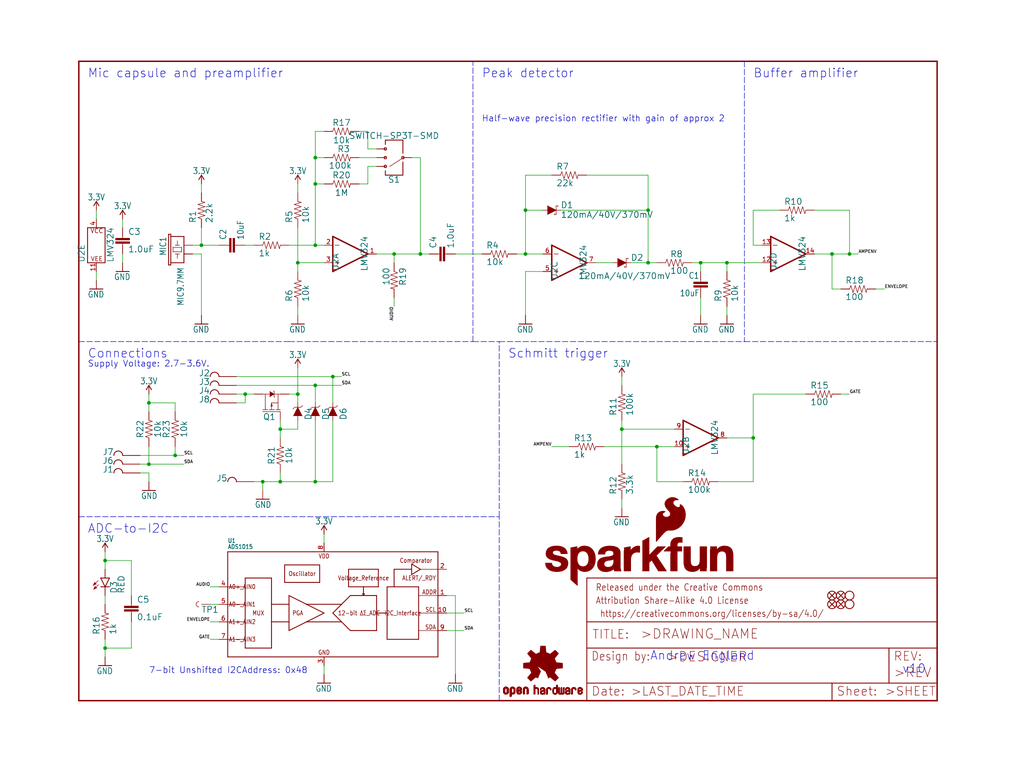
<source format=kicad_sch>
(kicad_sch (version 20211123) (generator eeschema)
  (paper "User" 297.002 223.926)
  (lib_symbols
    (symbol "eagleSchem-eagle-import:0.1UF-0603-25V-(+80{slash}-20%)"
      (property "Reference" "C" (at 1.524 2.921 0))
      (property "Value" "0.1UF-0603-25V-(+80{slash}-20%)" (at 1.524 -2.159 0))
      (symbol "0.1UF-0603-25V-(+80{slash}-20%)_1_0"
        (pin passive line (at 0 5.08 270) (length 2.54) (name "1") (number "1"))
        (pin passive line (at 0 -2.54 90) (length 2.54) (name "2") (number "2"))
      )
    )
    (symbol "eagleSchem-eagle-import:1.0UF-0603-16V-10%"
      (property "Reference" "C" (at 1.524 2.921 0))
      (property "Value" "1.0UF-0603-16V-10%" (at 1.524 -2.159 0))
      (symbol "1.0UF-0603-16V-10%_1_0"
        (pin passive line (at 0 5.08 270) (length 2.54) (name "1") (number "1"))
        (pin passive line (at 0 -2.54 90) (length 2.54) (name "2") (number "2"))
      )
    )
    (symbol "eagleSchem-eagle-import:100KOHM-0603-1{slash}10W-1%"
      (property "Reference" "R" (at 0 1.524 0))
      (property "Value" "100KOHM-0603-1{slash}10W-1%" (at 0 -1.524 0))
      (symbol "100KOHM-0603-1{slash}10W-1%_1_0"
        (pin passive line (at -5.08 0 0) (length 2.54) (name "1") (number "1"))
        (pin passive line (at 5.08 0 180) (length 2.54) (name "2") (number "2"))
      )
    )
    (symbol "eagleSchem-eagle-import:100OHM-0603-1{slash}10W-1%"
      (property "Reference" "R" (at 0 1.524 0))
      (property "Value" "100OHM-0603-1{slash}10W-1%" (at 0 -1.524 0))
      (symbol "100OHM-0603-1{slash}10W-1%_1_0"
        (pin passive line (at -5.08 0 0) (length 2.54) (name "1") (number "1"))
        (pin passive line (at 5.08 0 180) (length 2.54) (name "2") (number "2"))
      )
    )
    (symbol "eagleSchem-eagle-import:10KOHM-0603-1{slash}10W-1%"
      (property "Reference" "R" (at 0 1.524 0))
      (property "Value" "10KOHM-0603-1{slash}10W-1%" (at 0 -1.524 0))
      (symbol "10KOHM-0603-1{slash}10W-1%_1_0"
        (pin passive line (at -5.08 0 0) (length 2.54) (name "1") (number "1"))
        (pin passive line (at 5.08 0 180) (length 2.54) (name "2") (number "2"))
      )
    )
    (symbol "eagleSchem-eagle-import:10UF-6.3V-20%(1206)"
      (property "Reference" "C" (at 1.524 2.921 0))
      (property "Value" "10UF-6.3V-20%(1206)" (at 1.524 -2.159 0))
      (symbol "10UF-6.3V-20%(1206)_1_0"
        (pin passive line (at 0 5.08 270) (length 2.54) (name "1") (number "1"))
        (pin passive line (at 0 -2.54 90) (length 2.54) (name "2") (number "2"))
      )
    )
    (symbol "eagleSchem-eagle-import:1KOHM-0603-1{slash}10W-1%"
      (property "Reference" "R" (at 0 1.524 0))
      (property "Value" "1KOHM-0603-1{slash}10W-1%" (at 0 -1.524 0))
      (symbol "1KOHM-0603-1{slash}10W-1%_1_0"
        (pin passive line (at -5.08 0 0) (length 2.54) (name "1") (number "1"))
        (pin passive line (at 5.08 0 180) (length 2.54) (name "2") (number "2"))
      )
    )
    (symbol "eagleSchem-eagle-import:1MOHM-0603-1{slash}4W-5%"
      (property "Reference" "R" (at 0 1.524 0))
      (property "Value" "1MOHM-0603-1{slash}4W-5%" (at 0 -1.524 0))
      (symbol "1MOHM-0603-1{slash}4W-5%_1_0"
        (pin passive line (at -5.08 0 0) (length 2.54) (name "1") (number "1"))
        (pin passive line (at 5.08 0 180) (length 2.54) (name "2") (number "2"))
      )
    )
    (symbol "eagleSchem-eagle-import:2.2KOHM-0603-1{slash}10W-1%"
      (property "Reference" "R" (at 0 1.524 0))
      (property "Value" "2.2KOHM-0603-1{slash}10W-1%" (at 0 -1.524 0))
      (symbol "2.2KOHM-0603-1{slash}10W-1%_1_0"
        (pin passive line (at -5.08 0 0) (length 2.54) (name "1") (number "1"))
        (pin passive line (at 5.08 0 180) (length 2.54) (name "2") (number "2"))
      )
    )
    (symbol "eagleSchem-eagle-import:22KOHM-0603-1{slash}10W-1%"
      (property "Reference" "R" (at 0 1.524 0))
      (property "Value" "22KOHM-0603-1{slash}10W-1%" (at 0 -1.524 0))
      (symbol "22KOHM-0603-1{slash}10W-1%_1_0"
        (pin passive line (at -5.08 0 0) (length 2.54) (name "1") (number "1"))
        (pin passive line (at 5.08 0 180) (length 2.54) (name "2") (number "2"))
      )
    )
    (symbol "eagleSchem-eagle-import:3.3KOHM-0603-1{slash}10W-1%"
      (property "Reference" "R" (at 0 1.524 0))
      (property "Value" "3.3KOHM-0603-1{slash}10W-1%" (at 0 -1.524 0))
      (symbol "3.3KOHM-0603-1{slash}10W-1%_1_0"
        (pin passive line (at -5.08 0 0) (length 2.54) (name "1") (number "1"))
        (pin passive line (at 5.08 0 180) (length 2.54) (name "2") (number "2"))
      )
    )
    (symbol "eagleSchem-eagle-import:3.3V" (power)
      (property "Value" "3.3V" (at 0 2.794 0))
      (symbol "3.3V_1_0"
        (pin power_in line (at 0 0 90) (length 2.54) (name "3.3V") (number "1"))
      )
    )
    (symbol "eagleSchem-eagle-import:ADS1015"
      (property "Reference" "U" (at 2.54 33.02 0))
      (property "Value" "ADS1015" (at 2.54 31.242 0))
      (symbol "ADS1015_1_0"
        (text "12-bit ΔΣ_ADC" (at 40.64 12.7 0) (effects (font (size 1.27 1.0795))))
        (text "A0+_AIN0" (at 2.794 20.32 0) (effects (font (size 1.27 1.0795)) (justify left)))
        (text "A0-_AIN1" (at 2.794 15.24 0) (effects (font (size 1.27 1.0795)) (justify left)))
        (text "A1+_AIN2" (at 2.794 10.16 0) (effects (font (size 1.27 1.0795)) (justify left)))
        (text "A1-_AIN3" (at 2.794 5.08 0) (effects (font (size 1.27 1.0795)) (justify left)))
        (text "ADDR" (at 63.246 18.034 0) (effects (font (size 1.27 1.0795)) (justify right bottom)))
        (text "ALERT/_RDY" (at 62.992 22.86 0) (effects (font (size 1.27 1.0795)) (justify right)))
        (text "Comparator" (at 57.15 27.94 0) (effects (font (size 1.27 1.0795))))
        (text "GND" (at 30.48 1.27 0) (effects (font (size 1.27 1.0795))))
        (text "I2C_Interface" (at 53.34 12.7 0) (effects (font (size 1.27 1.0795))))
        (text "MUX" (at 11.43 12.7 0) (effects (font (size 1.27 1.0795))))
        (text "Oscillator" (at 24.13 24.13 0) (effects (font (size 1.27 1.0795))))
        (text "PGA" (at 22.86 12.7 0) (effects (font (size 1.27 1.0795))))
        (text "SCL" (at 62.992 12.954 0) (effects (font (size 1.27 1.0795)) (justify right bottom)))
        (text "SDA" (at 62.992 7.874 0) (effects (font (size 1.27 1.0795)) (justify right bottom)))
        (text "VDD" (at 30.48 29.21 0) (effects (font (size 1.27 1.0795))))
        (text "Voltage_Reference" (at 41.91 22.86 0) (effects (font (size 1.27 1.0795))))
        (pin bidirectional line (at 66.04 17.78 180) (length 2.54) (name "ADDR") (number "1"))
        (pin bidirectional line (at 66.04 12.7 180) (length 2.54) (name "SCL") (number "10"))
        (pin bidirectional line (at 66.04 25.4 180) (length 2.54) (name "ALERT/RDY") (number "2"))
        (pin bidirectional line (at 30.48 -2.54 90) (length 2.54) (name "VSS") (number "3"))
        (pin bidirectional line (at 0 20.32 0) (length 2.54) (name "AIN0") (number "4"))
        (pin bidirectional line (at 0 15.24 0) (length 2.54) (name "AIN1") (number "5"))
        (pin bidirectional line (at 0 10.16 0) (length 2.54) (name "AIN2") (number "6"))
        (pin bidirectional line (at 0 5.08 0) (length 2.54) (name "AIN3") (number "7"))
        (pin bidirectional line (at 30.48 33.02 270) (length 2.54) (name "VDD") (number "8"))
        (pin bidirectional line (at 66.04 7.62 180) (length 2.54) (name "SDA") (number "9"))
      )
    )
    (symbol "eagleSchem-eagle-import:DIODE-SCHOTTKY-RB751S40"
      (property "Reference" "D" (at -2.54 2.032 0))
      (property "Value" "DIODE-SCHOTTKY-RB751S40" (at -2.54 -2.032 0))
      (symbol "DIODE-SCHOTTKY-RB751S40_1_0"
        (pin passive line (at -2.54 0 0) (length 0) (name "A") (number "A"))
        (pin passive line (at 2.54 0 180) (length 0) (name "C") (number "C"))
      )
    )
    (symbol "eagleSchem-eagle-import:DIODE-ZENER-BZT52C3V6S"
      (property "Reference" "D" (at -2.54 2.032 0))
      (property "Value" "DIODE-ZENER-BZT52C3V6S" (at -2.54 -2.032 0))
      (symbol "DIODE-ZENER-BZT52C3V6S_1_0"
        (pin passive line (at -2.54 0 0) (length 0) (name "A") (number "A"))
        (pin passive line (at 2.54 0 180) (length 0) (name "C") (number "C"))
      )
    )
    (symbol "eagleSchem-eagle-import:FIDUCIAL1X2")
    (symbol "eagleSchem-eagle-import:FRAME-LETTER"
      (symbol "FRAME-LETTER_2_0"
        (text " https://creativecommons.org/licenses/by-sa/4.0/" (at 2.54 24.13 0) (effects (font (size 1.9304 1.6408)) (justify left bottom)))
        (text ">DESIGNER" (at 23.114 11.176 0) (effects (font (size 2.7432 2.7432)) (justify left bottom)))
        (text ">DRAWING_NAME" (at 15.494 17.78 0) (effects (font (size 2.7432 2.7432)) (justify left bottom)))
        (text ">LAST_DATE_TIME" (at 12.7 1.27 0) (effects (font (size 2.54 2.54)) (justify left bottom)))
        (text ">REV" (at 88.9 6.604 0) (effects (font (size 2.7432 2.7432)) (justify left bottom)))
        (text ">SHEET" (at 86.36 1.27 0) (effects (font (size 2.54 2.54)) (justify left bottom)))
        (text "Attribution Share-Alike 4.0 License" (at 2.54 27.94 0) (effects (font (size 1.9304 1.6408)) (justify left bottom)))
        (text "Date:" (at 1.27 1.27 0) (effects (font (size 2.54 2.54)) (justify left bottom)))
        (text "Design by:" (at 1.27 11.43 0) (effects (font (size 2.54 2.159)) (justify left bottom)))
        (text "Released under the Creative Commons" (at 2.54 31.75 0) (effects (font (size 1.9304 1.6408)) (justify left bottom)))
        (text "REV:" (at 88.9 11.43 0) (effects (font (size 2.54 2.54)) (justify left bottom)))
        (text "Sheet:" (at 72.39 1.27 0) (effects (font (size 2.54 2.54)) (justify left bottom)))
        (text "TITLE:" (at 1.524 17.78 0) (effects (font (size 2.54 2.54)) (justify left bottom)))
      )
    )
    (symbol "eagleSchem-eagle-import:GATORGATOR_MINI"
      (property "Reference" "J" (at 0 2.54 0))
      (property "Value" "GATORGATOR_MINI" (at -2.54 -5.08 0))
      (symbol "GATORGATOR_MINI_1_0"
        (pin bidirectional line (at -2.54 0 0) (length 5.08) (name "P$1") (number "P$2"))
      )
    )
    (symbol "eagleSchem-eagle-import:GND" (power)
      (property "Value" "GND" (at -2.54 -2.54 0))
      (symbol "GND_1_0"
        (pin power_in line (at 0 2.54 270) (length 2.54) (name "GND") (number "1"))
      )
    )
    (symbol "eagleSchem-eagle-import:LED-RED0603"
      (property "Reference" "D" (at -3.429 -4.572 90))
      (property "Value" "LED-RED0603" (at 1.905 -4.572 90))
      (symbol "LED-RED0603_1_0"
        (pin passive line (at 0 2.54 270) (length 2.54) (name "A") (number "A"))
        (pin passive line (at 0 -5.08 90) (length 2.54) (name "C") (number "C"))
      )
    )
    (symbol "eagleSchem-eagle-import:LMV324"
      (property "Reference" "U" (at -3.302 -5.08 90))
      (property "Value" "LMV324" (at 5.08 -5.08 90))
      (symbol "LMV324_1_0"
        (pin output line (at 7.62 0 180) (length 2.54) (name "OUT") (number "1"))
        (pin input line (at -7.62 2.54 0) (length 2.54) (name "-IN") (number "2"))
        (pin input line (at -7.62 -2.54 0) (length 2.54) (name "+IN") (number "3"))
      )
      (symbol "LMV324_2_0"
        (pin input line (at -7.62 -2.54 0) (length 2.54) (name "+IN") (number "10"))
        (pin output line (at 7.62 0 180) (length 2.54) (name "OUT") (number "8"))
        (pin input line (at -7.62 2.54 0) (length 2.54) (name "-IN") (number "9"))
      )
      (symbol "LMV324_3_0"
        (pin input line (at -7.62 -2.54 0) (length 2.54) (name "+IN") (number "5"))
        (pin input line (at -7.62 2.54 0) (length 2.54) (name "-IN") (number "6"))
        (pin output line (at 7.62 0 180) (length 2.54) (name "OUT") (number "7"))
      )
      (symbol "LMV324_4_0"
        (pin input line (at -7.62 -2.54 0) (length 2.54) (name "+IN") (number "12"))
        (pin input line (at -7.62 2.54 0) (length 2.54) (name "-IN") (number "13"))
        (pin output line (at 7.62 0 180) (length 2.54) (name "OUT") (number "14"))
      )
      (symbol "LMV324_5_0"
        (text "VCC" (at 0.127 3.429 0) (effects (font (size 1.27 1.27)) (justify bottom)))
        (text "VEE" (at 0.127 -4.699 0) (effects (font (size 1.27 1.27)) (justify bottom)))
        (pin bidirectional line (at 0 -7.62 90) (length 2.54) (name "P$V-") (number "11"))
        (pin bidirectional line (at 0 7.62 270) (length 2.54) (name "P$V+") (number "4"))
      )
    )
    (symbol "eagleSchem-eagle-import:MIC9.7MM"
      (property "Value" "MIC9.7MM" (at 6.35 0 0))
      (symbol "MIC9.7MM_1_0"
        (pin passive line (at 0 -2.54 90) (length 2.54) (name "1") (number "1"))
        (pin passive line (at 2.54 -2.54 90) (length 2.54) (name "2") (number "2"))
      )
    )
    (symbol "eagleSchem-eagle-import:MOSFET_PCH-DMG2307L"
      (property "Reference" "Q" (at 5.08 0 0))
      (property "Value" "MOSFET_PCH-DMG2307L" (at 5.08 -2.54 0))
      (symbol "MOSFET_PCH-DMG2307L_1_0"
        (pin bidirectional line (at -5.08 -2.54 0) (length 2.54) (name "G") (number "1"))
        (pin bidirectional line (at 2.54 -5.08 90) (length 2.54) (name "S") (number "2"))
        (pin bidirectional line (at 2.54 5.08 270) (length 2.54) (name "D") (number "3"))
      )
    )
    (symbol "eagleSchem-eagle-import:OSHW-LOGOS")
    (symbol "eagleSchem-eagle-import:SFE_LOGO_FLAME.2_INCH")
    (symbol "eagleSchem-eagle-import:SFE_LOGO_NAME_FLAME.2_INCH")
    (symbol "eagleSchem-eagle-import:STAND-OFFTIGHT")
    (symbol "eagleSchem-eagle-import:SWITCH-SP3T-SMD"
      (property "Reference" "S" (at 0 5.334 0))
      (property "Value" "SWITCH-SP3T-SMD" (at 0 -5.334 0))
      (symbol "SWITCH-SP3T-SMD_1_0"
        (pin bidirectional line (at 5.08 2.54 180) (length 2.54) (name "1") (number "1"))
        (pin bidirectional line (at 5.08 0 180) (length 2.54) (name "2") (number "2"))
        (pin bidirectional line (at -5.08 0 0) (length 2.54) (name "3") (number "3"))
        (pin bidirectional line (at 5.08 -2.54 180) (length 2.54) (name "4") (number "4"))
      )
    )
    (symbol "eagleSchem-eagle-import:TEST-POINT3"
      (property "Reference" "TP" (at -2.54 2.54 0))
      (property "Value" "TEST-POINT3" (at -2.54 -2.54 0))
      (symbol "TEST-POINT3_1_0"
        (pin bidirectional line (at 0 0 180) (length 0) (name "1") (number "P$1"))
      )
    )
  )
  (junction (at 121.92 73.66))
  (junction (at 76.2 139.7))
  (junction (at 187.96 60.96))
  (junction (at 180.34 124.46))
  (junction (at 86.36 76.2))
  (junction (at 152.4 73.66))
  (junction (at 114.3 73.66))
  (junction (at 30.48 187.96))
  (junction (at 241.3 73.66))
  (junction (at 152.4 60.96))
  (junction (at 203.2 76.2))
  (junction (at 246.38 73.66))
  (junction (at 43.18 134.62))
  (junction (at 71.12 114.3))
  (junction (at 91.44 139.7))
  (junction (at 187.96 76.2))
  (junction (at 91.44 53.34))
  (junction (at 30.48 162.56))
  (junction (at 81.28 124.46))
  (junction (at 190.5 129.54))
  (junction (at 91.44 45.72))
  (junction (at 81.28 139.7))
  (junction (at 50.8 132.08))
  (junction (at 96.52 109.22))
  (junction (at 43.18 116.84))
  (junction (at 58.42 71.12))
  (junction (at 218.44 127))
  (junction (at 210.82 76.2))
  (junction (at 91.44 71.12))
  (junction (at 86.36 114.3))
  (junction (at 91.44 111.76))
  (wire (pts (xy 27.94 81.28) (xy 27.94 78.74)))
  (wire (pts (xy 93.98 45.72) (xy 91.44 45.72)))
  (wire (pts (xy 218.44 127) (xy 218.44 114.3)))
  (wire (pts (xy 152.4 78.74) (xy 157.48 78.74)))
  (wire (pts (xy 106.68 38.1) (xy 106.68 43.18)))
  (wire (pts (xy 81.28 124.46) (xy 81.28 127)))
  (wire (pts (xy 187.96 50.8) (xy 170.18 50.8)))
  (wire (pts (xy 43.18 134.62) (xy 53.34 134.62)))
  (wire (pts (xy 86.36 116.84) (xy 86.36 114.3)))
  (wire (pts (xy 246.38 73.66) (xy 248.92 73.66)))
  (polyline (pts (xy 22.86 99.06) (xy 83.82 99.06)))
  (wire (pts (xy 246.38 60.96) (xy 246.38 73.66)))
  (wire (pts (xy 121.92 73.66) (xy 114.3 73.66)))
  (wire (pts (xy 35.56 76.2) (xy 35.56 73.66)))
  (wire (pts (xy 30.48 187.96) (xy 30.48 185.42)))
  (wire (pts (xy 86.36 76.2) (xy 86.36 78.74)))
  (polyline (pts (xy 144.78 99.06) (xy 215.9 99.06)))
  (wire (pts (xy 76.2 139.7) (xy 76.2 142.24)))
  (wire (pts (xy 132.08 172.72) (xy 132.08 195.58)))
  (wire (pts (xy 152.4 60.96) (xy 152.4 50.8)))
  (polyline (pts (xy 144.78 149.86) (xy 144.78 99.06)))
  (wire (pts (xy 81.28 139.7) (xy 81.28 137.16)))
  (polyline (pts (xy 137.16 99.06) (xy 137.16 17.78)))
  (wire (pts (xy 106.68 48.26) (xy 106.68 53.34)))
  (wire (pts (xy 63.5 71.12) (xy 58.42 71.12)))
  (wire (pts (xy 121.92 73.66) (xy 121.92 45.72)))
  (wire (pts (xy 93.98 154.94) (xy 93.98 157.48)))
  (wire (pts (xy 96.52 109.22) (xy 99.06 109.22)))
  (wire (pts (xy 93.98 53.34) (xy 91.44 53.34)))
  (wire (pts (xy 200.66 76.2) (xy 203.2 76.2)))
  (wire (pts (xy 43.18 137.16) (xy 43.18 139.7)))
  (wire (pts (xy 40.64 137.16) (xy 43.18 137.16)))
  (wire (pts (xy 182.88 76.2) (xy 187.96 76.2)))
  (wire (pts (xy 218.44 60.96) (xy 226.06 60.96)))
  (wire (pts (xy 129.54 182.88) (xy 134.62 182.88)))
  (wire (pts (xy 30.48 162.56) (xy 30.48 160.02)))
  (wire (pts (xy 55.88 73.66) (xy 58.42 73.66)))
  (wire (pts (xy 180.34 147.32) (xy 180.34 144.78)))
  (wire (pts (xy 68.58 109.22) (xy 96.52 109.22)))
  (wire (pts (xy 58.42 91.44) (xy 58.42 73.66)))
  (wire (pts (xy 27.94 60.96) (xy 27.94 63.5)))
  (wire (pts (xy 190.5 129.54) (xy 175.26 129.54)))
  (wire (pts (xy 165.1 129.54) (xy 160.02 129.54)))
  (wire (pts (xy 86.36 66.04) (xy 86.36 76.2)))
  (wire (pts (xy 129.54 172.72) (xy 132.08 172.72)))
  (wire (pts (xy 58.42 71.12) (xy 58.42 66.04)))
  (wire (pts (xy 71.12 114.3) (xy 71.12 116.84)))
  (wire (pts (xy 218.44 127) (xy 210.82 127)))
  (wire (pts (xy 114.3 86.36) (xy 114.3 88.9)))
  (wire (pts (xy 152.4 73.66) (xy 157.48 73.66)))
  (wire (pts (xy 40.64 134.62) (xy 43.18 134.62)))
  (polyline (pts (xy 215.9 17.78) (xy 215.9 99.06)))
  (wire (pts (xy 236.22 60.96) (xy 246.38 60.96)))
  (wire (pts (xy 195.58 124.46) (xy 180.34 124.46)))
  (wire (pts (xy 86.36 124.46) (xy 81.28 124.46)))
  (wire (pts (xy 121.92 45.72) (xy 119.38 45.72)))
  (wire (pts (xy 96.52 109.22) (xy 96.52 116.84)))
  (wire (pts (xy 93.98 195.58) (xy 93.98 193.04)))
  (wire (pts (xy 241.3 83.82) (xy 241.3 73.66)))
  (polyline (pts (xy 215.9 99.06) (xy 271.78 99.06)))
  (wire (pts (xy 63.5 185.42) (xy 60.96 185.42)))
  (wire (pts (xy 109.22 73.66) (xy 114.3 73.66)))
  (wire (pts (xy 68.58 111.76) (xy 91.44 111.76)))
  (polyline (pts (xy 137.16 99.06) (xy 144.78 99.06)))
  (wire (pts (xy 152.4 60.96) (xy 157.48 60.96)))
  (wire (pts (xy 96.52 121.92) (xy 96.52 139.7)))
  (wire (pts (xy 106.68 53.34) (xy 104.14 53.34)))
  (wire (pts (xy 30.48 187.96) (xy 38.1 187.96)))
  (wire (pts (xy 218.44 139.7) (xy 218.44 127)))
  (wire (pts (xy 91.44 38.1) (xy 93.98 38.1)))
  (wire (pts (xy 86.36 88.9) (xy 86.36 91.44)))
  (wire (pts (xy 63.5 170.18) (xy 60.96 170.18)))
  (wire (pts (xy 43.18 129.54) (xy 43.18 134.62)))
  (wire (pts (xy 149.86 73.66) (xy 152.4 73.66)))
  (wire (pts (xy 91.44 45.72) (xy 91.44 53.34)))
  (wire (pts (xy 96.52 139.7) (xy 91.44 139.7)))
  (wire (pts (xy 81.28 121.92) (xy 81.28 124.46)))
  (wire (pts (xy 43.18 114.3) (xy 43.18 116.84)))
  (wire (pts (xy 106.68 43.18) (xy 109.22 43.18)))
  (wire (pts (xy 190.5 129.54) (xy 190.5 139.7)))
  (wire (pts (xy 152.4 91.44) (xy 152.4 78.74)))
  (wire (pts (xy 93.98 76.2) (xy 86.36 76.2)))
  (wire (pts (xy 55.88 71.12) (xy 58.42 71.12)))
  (wire (pts (xy 162.56 60.96) (xy 187.96 60.96)))
  (wire (pts (xy 91.44 121.92) (xy 91.44 139.7)))
  (wire (pts (xy 109.22 45.72) (xy 104.14 45.72)))
  (wire (pts (xy 86.36 53.34) (xy 86.36 55.88)))
  (wire (pts (xy 83.82 114.3) (xy 86.36 114.3)))
  (polyline (pts (xy 144.78 203.2) (xy 144.78 149.86)))
  (wire (pts (xy 38.1 187.96) (xy 38.1 180.34)))
  (wire (pts (xy 218.44 114.3) (xy 233.68 114.3)))
  (wire (pts (xy 50.8 132.08) (xy 53.34 132.08)))
  (wire (pts (xy 210.82 76.2) (xy 220.98 76.2)))
  (wire (pts (xy 132.08 73.66) (xy 139.7 73.66)))
  (wire (pts (xy 241.3 73.66) (xy 236.22 73.66)))
  (polyline (pts (xy 83.82 99.06) (xy 137.16 99.06)))
  (wire (pts (xy 121.92 73.66) (xy 124.46 73.66)))
  (wire (pts (xy 246.38 73.66) (xy 241.3 73.66)))
  (wire (pts (xy 91.44 111.76) (xy 91.44 116.84)))
  (wire (pts (xy 243.84 114.3) (xy 246.38 114.3)))
  (wire (pts (xy 203.2 78.74) (xy 203.2 76.2)))
  (wire (pts (xy 180.34 109.22) (xy 180.34 111.76)))
  (wire (pts (xy 109.22 48.26) (xy 106.68 48.26)))
  (wire (pts (xy 210.82 88.9) (xy 210.82 91.44)))
  (wire (pts (xy 35.56 63.5) (xy 35.56 66.04)))
  (wire (pts (xy 30.48 165.1) (xy 30.48 162.56)))
  (wire (pts (xy 50.8 129.54) (xy 50.8 132.08)))
  (wire (pts (xy 243.84 83.82) (xy 241.3 83.82)))
  (wire (pts (xy 218.44 71.12) (xy 218.44 60.96)))
  (wire (pts (xy 210.82 78.74) (xy 210.82 76.2)))
  (wire (pts (xy 91.44 139.7) (xy 81.28 139.7)))
  (wire (pts (xy 203.2 76.2) (xy 210.82 76.2)))
  (wire (pts (xy 43.18 116.84) (xy 50.8 116.84)))
  (wire (pts (xy 76.2 139.7) (xy 81.28 139.7)))
  (wire (pts (xy 220.98 71.12) (xy 218.44 71.12)))
  (wire (pts (xy 71.12 114.3) (xy 73.66 114.3)))
  (wire (pts (xy 30.48 175.26) (xy 30.48 172.72)))
  (wire (pts (xy 190.5 139.7) (xy 198.12 139.7)))
  (polyline (pts (xy 22.86 149.86) (xy 144.78 149.86)))
  (wire (pts (xy 254 83.82) (xy 256.54 83.82)))
  (wire (pts (xy 187.96 76.2) (xy 190.5 76.2)))
  (wire (pts (xy 86.36 106.68) (xy 86.36 114.3)))
  (wire (pts (xy 104.14 38.1) (xy 106.68 38.1)))
  (wire (pts (xy 58.42 55.88) (xy 58.42 53.34)))
  (wire (pts (xy 63.5 180.34) (xy 60.96 180.34)))
  (wire (pts (xy 93.98 71.12) (xy 91.44 71.12)))
  (wire (pts (xy 187.96 60.96) (xy 187.96 50.8)))
  (wire (pts (xy 68.58 114.3) (xy 71.12 114.3)))
  (wire (pts (xy 43.18 116.84) (xy 43.18 119.38)))
  (wire (pts (xy 203.2 86.36) (xy 203.2 91.44)))
  (wire (pts (xy 91.44 71.12) (xy 83.82 71.12)))
  (wire (pts (xy 60.96 175.26) (xy 63.5 175.26)))
  (wire (pts (xy 187.96 76.2) (xy 187.96 60.96)))
  (wire (pts (xy 71.12 71.12) (xy 73.66 71.12)))
  (wire (pts (xy 38.1 162.56) (xy 30.48 162.56)))
  (wire (pts (xy 208.28 139.7) (xy 218.44 139.7)))
  (wire (pts (xy 38.1 172.72) (xy 38.1 162.56)))
  (wire (pts (xy 129.54 177.8) (xy 134.62 177.8)))
  (wire (pts (xy 30.48 190.5) (xy 30.48 187.96)))
  (wire (pts (xy 50.8 116.84) (xy 50.8 119.38)))
  (wire (pts (xy 180.34 121.92) (xy 180.34 124.46)))
  (wire (pts (xy 91.44 53.34) (xy 91.44 71.12)))
  (wire (pts (xy 114.3 73.66) (xy 114.3 76.2)))
  (wire (pts (xy 152.4 50.8) (xy 160.02 50.8)))
  (wire (pts (xy 172.72 76.2) (xy 177.8 76.2)))
  (wire (pts (xy 40.64 132.08) (xy 50.8 132.08)))
  (wire (pts (xy 86.36 121.92) (xy 86.36 124.46)))
  (wire (pts (xy 152.4 73.66) (xy 152.4 60.96)))
  (wire (pts (xy 73.66 139.7) (xy 76.2 139.7)))
  (wire (pts (xy 180.34 124.46) (xy 180.34 134.62)))
  (wire (pts (xy 91.44 111.76) (xy 99.06 111.76)))
  (wire (pts (xy 91.44 45.72) (xy 91.44 38.1)))
  (wire (pts (xy 195.58 129.54) (xy 190.5 129.54)))
  (wire (pts (xy 71.12 116.84) (xy 68.58 116.84)))
  (text "Mic capsule and preamplifier" (at 25.4 22.86 180) (effects (font (size 2.54 2.54)) (justify left bottom)))
  (text "Connections" (at 25.4 104.14 180) (effects (font (size 2.54 2.54)) (justify left bottom)))
  (text "v10" (at 261.62 195.58 180) (effects (font (size 2.54 2.54)) (justify left bottom)))
  (text "Andrew England" (at 188.468 191.77 180) (effects (font (size 2.54 2.54)) (justify left bottom)))
  (text "7-bit Unshifted I2CAddress: 0x48" (at 43.18 195.58 180) (effects (font (size 1.778 1.778)) (justify left bottom)))
  (text "Buffer amplifier" (at 218.44 22.86 180) (effects (font (size 2.54 2.54)) (justify left bottom)))
  (text "Schmitt trigger" (at 147.32 104.14 180) (effects (font (size 2.54 2.54)) (justify left bottom)))
  (text "Peak detector" (at 139.7 22.86 180) (effects (font (size 2.54 2.54)) (justify left bottom)))
  (text "Supply Voltage: 2.7-3.6V." (at 25.4 106.68 180) (effects (font (size 1.778 1.778)) (justify left bottom)))
  (text "Half-wave precision rectifier with gain of approx 2" (at 139.7 35.56 0) (effects (font (size 1.778 1.778)) (justify left bottom)))
  (text "ADC-to-I2C" (at 25.4 154.94 180) (effects (font (size 2.54 2.54)) (justify left bottom)))
  (label "ENVELOPE" (at 256.54 83.82 0) (effects (font (size 0.889 0.889))))
  (label "AMPENV" (at 248.92 73.66 0) (effects (font (size 0.889 0.889))))
  (label "SDA" (at 99.06 111.76 0) (effects (font (size 0.889 0.889))))
  (label "AUDIO" (at 114.3 88.9 270) (effects (font (size 0.889 0.889))))
  (label "SDA" (at 134.62 182.88 0) (effects (font (size 0.889 0.889))))
  (label "SCL" (at 99.06 109.22 0) (effects (font (size 0.889 0.889))))
  (label "GATE" (at 246.38 114.3 0) (effects (font (size 0.889 0.889))))
  (label "SCL" (at 53.34 132.08 0) (effects (font (size 0.889 0.889))))
  (label "AMPENV" (at 160.02 129.54 180) (effects (font (size 0.889 0.889))))
  (label "SCL" (at 134.62 177.8 0) (effects (font (size 0.889 0.889))))
  (label "GATE" (at 60.96 185.42 180) (effects (font (size 0.889 0.889))))
  (label "SDA" (at 53.34 134.62 0) (effects (font (size 0.889 0.889))))
  (label "AUDIO" (at 60.96 170.18 180) (effects (font (size 0.889 0.889))))
  (label "ENVELOPE" (at 60.96 180.34 180) (effects (font (size 0.889 0.889))))
  (symbol (lib_id "eagleSchem-eagle-import:GND") (at 58.42 93.98 0) (unit 1)
    (property "Reference" "#GND2" (effects hide))
    (property "Value" "GND" (at 55.88 96.52 0) (effects (font (size 1.778 1.5113)) (justify left bottom)))
    (property "Footprint" "eagleSchem:" (effects hide))
  )
  (symbol (lib_id "eagleSchem-eagle-import:GATORGATOR_MINI") (at 66.04 116.84 0) (mirror y) (unit 1)
    (property "Reference" "J8" (at 60.96 116.84 0) (effects (font (size 1.778 1.778)) (justify left bottom)))
    (property "Value" "GATORGATOR_MINI" (effects hide))
    (property "Footprint" "eagleSchem:GATOR_MINI" (effects hide))
  )
  (symbol (lib_id "eagleSchem-eagle-import:DIODE-ZENER-BZT52C3V6S") (at 86.36 119.38 270) (mirror x) (unit 1)
    (property "Reference" "D4" (at 88.392 121.92 0) (effects (font (size 1.778 1.778)) (justify left bottom)))
    (property "Value" "3.6V" (effects hide))
    (property "Footprint" "eagleSchem:SOD-323" (effects hide))
  )
  (symbol (lib_id "eagleSchem-eagle-import:1KOHM-0603-1{slash}10W-1%") (at 170.18 129.54 0) (unit 1)
    (property "Reference" "R13" (at 166.37 128.0414 0) (effects (font (size 1.778 1.778)) (justify left bottom)))
    (property "Value" "1k" (at 166.37 132.842 0) (effects (font (size 1.778 1.778)) (justify left bottom)))
    (property "Footprint" "eagleSchem:0603" (effects hide))
  )
  (symbol (lib_id "eagleSchem-eagle-import:GATORGATOR_MINI") (at 38.1 134.62 0) (mirror y) (unit 1)
    (property "Reference" "J6" (at 33.02 134.62 0) (effects (font (size 1.778 1.778)) (justify left bottom)))
    (property "Value" "GATORGATOR_MINI" (effects hide))
    (property "Footprint" "eagleSchem:GATOR_MINI" (effects hide))
  )
  (symbol (lib_id "eagleSchem-eagle-import:3.3KOHM-0603-1{slash}10W-1%") (at 180.34 139.7 90) (unit 1)
    (property "Reference" "R12" (at 178.8414 143.51 0) (effects (font (size 1.778 1.778)) (justify left bottom)))
    (property "Value" "3.3k" (at 183.642 143.51 0) (effects (font (size 1.778 1.778)) (justify left bottom)))
    (property "Footprint" "eagleSchem:0603" (effects hide))
  )
  (symbol (lib_id "eagleSchem-eagle-import:SFE_LOGO_FLAME.2_INCH") (at 189.992 157.48 0) (unit 1)
    (property "Reference" "LOGO3" (effects hide))
    (property "Value" "SFE_LOGO_FLAME.2_INCH" (effects hide))
    (property "Footprint" "eagleSchem:SFE_LOGO_FLAME_.2" (effects hide))
  )
  (symbol (lib_id "eagleSchem-eagle-import:3.3V") (at 58.42 53.34 0) (unit 1)
    (property "Reference" "#SUPPLY1" (effects hide))
    (property "Value" "3.3V" (at 58.42 50.546 0) (effects (font (size 1.778 1.5113)) (justify bottom)))
    (property "Footprint" "eagleSchem:" (effects hide))
  )
  (symbol (lib_id "eagleSchem-eagle-import:GND") (at 35.56 78.74 0) (unit 1)
    (property "Reference" "#GND9" (effects hide))
    (property "Value" "GND" (at 33.02 81.28 0) (effects (font (size 1.778 1.5113)) (justify left bottom)))
    (property "Footprint" "eagleSchem:" (effects hide))
  )
  (symbol (lib_id "eagleSchem-eagle-import:1KOHM-0603-1{slash}10W-1%") (at 30.48 180.34 90) (unit 1)
    (property "Reference" "R16" (at 28.9814 184.15 0) (effects (font (size 1.778 1.778)) (justify left bottom)))
    (property "Value" "1k" (at 33.782 184.15 0) (effects (font (size 1.778 1.778)) (justify left bottom)))
    (property "Footprint" "eagleSchem:0603" (effects hide))
  )
  (symbol (lib_id "eagleSchem-eagle-import:10KOHM-0603-1{slash}10W-1%") (at 144.78 73.66 0) (unit 1)
    (property "Reference" "R4" (at 140.97 72.1614 0) (effects (font (size 1.778 1.778)) (justify left bottom)))
    (property "Value" "10k" (at 140.97 76.962 0) (effects (font (size 1.778 1.778)) (justify left bottom)))
    (property "Footprint" "eagleSchem:0603" (effects hide))
  )
  (symbol (lib_id "eagleSchem-eagle-import:SFE_LOGO_NAME_FLAME.2_INCH") (at 157.48 170.18 0) (unit 1)
    (property "Reference" "LOGO2" (effects hide))
    (property "Value" "SFE_LOGO_NAME_FLAME.2_INCH" (effects hide))
    (property "Footprint" "eagleSchem:SFE_LOGO_NAME_FLAME_.2" (effects hide))
  )
  (symbol (lib_id "eagleSchem-eagle-import:FRAME-LETTER") (at 170.18 203.2 0) (unit 2)
    (property "Reference" "FRAME1" (effects hide))
    (property "Value" "FRAME-LETTER" (effects hide))
    (property "Footprint" "eagleSchem:CREATIVE_COMMONS" (effects hide))
  )
  (symbol (lib_id "eagleSchem-eagle-import:3.3V") (at 35.56 63.5 0) (unit 1)
    (property "Reference" "#SUPPLY5" (effects hide))
    (property "Value" "3.3V" (at 35.56 60.706 0) (effects (font (size 1.778 1.5113)) (justify bottom)))
    (property "Footprint" "eagleSchem:" (effects hide))
  )
  (symbol (lib_id "eagleSchem-eagle-import:100OHM-0603-1{slash}10W-1%") (at 238.76 114.3 0) (unit 1)
    (property "Reference" "R15" (at 234.95 112.8014 0) (effects (font (size 1.778 1.778)) (justify left bottom)))
    (property "Value" "100" (at 234.95 117.602 0) (effects (font (size 1.778 1.778)) (justify left bottom)))
    (property "Footprint" "eagleSchem:0603" (effects hide))
  )
  (symbol (lib_id "eagleSchem-eagle-import:DIODE-ZENER-BZT52C3V6S") (at 91.44 119.38 270) (mirror x) (unit 1)
    (property "Reference" "D5" (at 93.472 121.92 0) (effects (font (size 1.778 1.778)) (justify left bottom)))
    (property "Value" "3.6V" (effects hide))
    (property "Footprint" "eagleSchem:SOD-323" (effects hide))
  )
  (symbol (lib_id "eagleSchem-eagle-import:10KOHM-0603-1{slash}10W-1%") (at 43.18 124.46 90) (unit 1)
    (property "Reference" "R22" (at 41.656 124.46 0) (effects (font (size 1.778 1.778)) (justify bottom)))
    (property "Value" "10k" (at 44.704 124.46 0) (effects (font (size 1.778 1.778)) (justify top)))
    (property "Footprint" "eagleSchem:0603" (effects hide))
  )
  (symbol (lib_id "eagleSchem-eagle-import:10KOHM-0603-1{slash}10W-1%") (at 50.8 124.46 90) (unit 1)
    (property "Reference" "R23" (at 49.276 124.46 0) (effects (font (size 1.778 1.778)) (justify bottom)))
    (property "Value" "10k" (at 52.324 124.46 0) (effects (font (size 1.778 1.778)) (justify top)))
    (property "Footprint" "eagleSchem:0603" (effects hide))
  )
  (symbol (lib_id "eagleSchem-eagle-import:LED-RED0603") (at 30.48 167.64 0) (unit 1)
    (property "Reference" "D3" (at 34.036 172.212 90) (effects (font (size 1.778 1.778)) (justify left bottom)))
    (property "Value" "RED" (at 36.195 172.212 90) (effects (font (size 1.778 1.778)) (justify left bottom)))
    (property "Footprint" "eagleSchem:LED-0603" (effects hide))
  )
  (symbol (lib_id "eagleSchem-eagle-import:100KOHM-0603-1{slash}10W-1%") (at 180.34 116.84 90) (unit 1)
    (property "Reference" "R11" (at 178.8414 120.65 0) (effects (font (size 1.778 1.778)) (justify left bottom)))
    (property "Value" "100k" (at 183.642 120.65 0) (effects (font (size 1.778 1.778)) (justify left bottom)))
    (property "Footprint" "eagleSchem:0603" (effects hide))
  )
  (symbol (lib_id "eagleSchem-eagle-import:3.3V") (at 86.36 106.68 0) (unit 1)
    (property "Reference" "#SUPPLY6" (effects hide))
    (property "Value" "3.3V" (at 86.36 103.886 0) (effects (font (size 1.778 1.5113)) (justify bottom)))
    (property "Footprint" "eagleSchem:" (effects hide))
  )
  (symbol (lib_id "eagleSchem-eagle-import:GATORGATOR_MINI") (at 66.04 114.3 0) (mirror y) (unit 1)
    (property "Reference" "J4" (at 60.96 114.3 0) (effects (font (size 1.778 1.778)) (justify left bottom)))
    (property "Value" "GATORGATOR_MINI" (effects hide))
    (property "Footprint" "eagleSchem:GATOR_MINI" (effects hide))
  )
  (symbol (lib_id "eagleSchem-eagle-import:GATORGATOR_MINI") (at 38.1 132.08 0) (mirror y) (unit 1)
    (property "Reference" "J7" (at 33.02 132.08 0) (effects (font (size 1.778 1.778)) (justify left bottom)))
    (property "Value" "GATORGATOR_MINI" (effects hide))
    (property "Footprint" "eagleSchem:GATOR_MINI" (effects hide))
  )
  (symbol (lib_id "eagleSchem-eagle-import:GND") (at 30.48 193.04 0) (unit 1)
    (property "Reference" "#GND1" (effects hide))
    (property "Value" "GND" (at 27.94 195.58 0) (effects (font (size 1.778 1.5113)) (justify left bottom)))
    (property "Footprint" "eagleSchem:" (effects hide))
  )
  (symbol (lib_id "eagleSchem-eagle-import:GND") (at 93.98 198.12 0) (unit 1)
    (property "Reference" "#GND11" (effects hide))
    (property "Value" "GND" (at 91.44 200.66 0) (effects (font (size 1.778 1.5113)) (justify left bottom)))
    (property "Footprint" "eagleSchem:" (effects hide))
  )
  (symbol (lib_id "eagleSchem-eagle-import:1KOHM-0603-1{slash}10W-1%") (at 231.14 60.96 0) (unit 1)
    (property "Reference" "R10" (at 227.33 59.4614 0) (effects (font (size 1.778 1.778)) (justify left bottom)))
    (property "Value" "1k" (at 227.33 64.262 0) (effects (font (size 1.778 1.778)) (justify left bottom)))
    (property "Footprint" "eagleSchem:0603" (effects hide))
  )
  (symbol (lib_id "eagleSchem-eagle-import:100KOHM-0603-1{slash}10W-1%") (at 99.06 45.72 0) (unit 1)
    (property "Reference" "R3" (at 97.79 44.2214 0) (effects (font (size 1.778 1.778)) (justify left bottom)))
    (property "Value" "100k" (at 95.25 49.022 0) (effects (font (size 1.778 1.778)) (justify left bottom)))
    (property "Footprint" "eagleSchem:0603" (effects hide))
  )
  (symbol (lib_id "eagleSchem-eagle-import:LMV324") (at 203.2 127 0) (unit 2)
    (property "Reference" "U2" (at 199.898 132.08 90) (effects (font (size 1.778 1.778)) (justify left bottom)))
    (property "Value" "LMV324" (at 208.28 132.08 90) (effects (font (size 1.778 1.778)) (justify left bottom)))
    (property "Footprint" "eagleSchem:SO14" (effects hide))
  )
  (symbol (lib_id "eagleSchem-eagle-import:1.0UF-0603-16V-10%") (at 35.56 71.12 0) (unit 1)
    (property "Reference" "C3" (at 37.084 68.199 0) (effects (font (size 1.778 1.778)) (justify left bottom)))
    (property "Value" "1.0uF" (at 37.084 73.279 0) (effects (font (size 1.778 1.778)) (justify left bottom)))
    (property "Footprint" "eagleSchem:0603" (effects hide))
  )
  (symbol (lib_id "eagleSchem-eagle-import:MIC9.7MM") (at 53.34 71.12 90) (mirror x) (unit 1)
    (property "Reference" "MIC1" (at 48.26 68.58 0) (effects (font (size 1.778 1.5113)) (justify left bottom)))
    (property "Value" "MIC9.7MM" (at 53.34 77.47 0) (effects (font (size 1.778 1.5113)) (justify left bottom)))
    (property "Footprint" "eagleSchem:MIC-9.7MM" (effects hide))
  )
  (symbol (lib_id "eagleSchem-eagle-import:2.2KOHM-0603-1{slash}10W-1%") (at 58.42 60.96 90) (unit 1)
    (property "Reference" "R1" (at 56.9214 64.77 0) (effects (font (size 1.778 1.778)) (justify left bottom)))
    (property "Value" "2.2k" (at 61.722 64.77 0) (effects (font (size 1.778 1.778)) (justify left bottom)))
    (property "Footprint" "eagleSchem:0603" (effects hide))
  )
  (symbol (lib_id "eagleSchem-eagle-import:LMV324") (at 228.6 73.66 0) (unit 4)
    (property "Reference" "U2" (at 225.298 78.74 90) (effects (font (size 1.778 1.778)) (justify left bottom)))
    (property "Value" "LMV324" (at 233.68 78.74 90) (effects (font (size 1.778 1.778)) (justify left bottom)))
    (property "Footprint" "eagleSchem:SO14" (effects hide))
  )
  (symbol (lib_id "eagleSchem-eagle-import:0.1UF-0603-25V-(+80{slash}-20%)") (at 38.1 177.8 0) (unit 1)
    (property "Reference" "C5" (at 39.624 174.879 0) (effects (font (size 1.778 1.778)) (justify left bottom)))
    (property "Value" "0.1uF" (at 39.624 179.959 0) (effects (font (size 1.778 1.778)) (justify left bottom)))
    (property "Footprint" "eagleSchem:0603" (effects hide))
  )
  (symbol (lib_id "eagleSchem-eagle-import:100OHM-0603-1{slash}10W-1%") (at 195.58 76.2 0) (unit 1)
    (property "Reference" "R8" (at 194.31 74.7014 0) (effects (font (size 1.778 1.778)) (justify left bottom)))
    (property "Value" "100" (at 194.31 79.502 0) (effects (font (size 1.778 1.778)) (justify left bottom)))
    (property "Footprint" "eagleSchem:0603" (effects hide))
  )
  (symbol (lib_id "eagleSchem-eagle-import:GND") (at 180.34 149.86 0) (unit 1)
    (property "Reference" "#GND8" (effects hide))
    (property "Value" "GND" (at 177.8 152.4 0) (effects (font (size 1.778 1.5113)) (justify left bottom)))
    (property "Footprint" "eagleSchem:" (effects hide))
  )
  (symbol (lib_id "eagleSchem-eagle-import:LMV324") (at 101.6 73.66 0) (unit 1)
    (property "Reference" "U2" (at 98.298 78.74 90) (effects (font (size 1.778 1.778)) (justify left bottom)))
    (property "Value" "LMV324" (at 106.68 78.74 90) (effects (font (size 1.778 1.778)) (justify left bottom)))
    (property "Footprint" "eagleSchem:SO14" (effects hide))
  )
  (symbol (lib_id "eagleSchem-eagle-import:GND") (at 86.36 93.98 0) (unit 1)
    (property "Reference" "#GND3" (effects hide))
    (property "Value" "GND" (at 83.82 96.52 0) (effects (font (size 1.778 1.5113)) (justify left bottom)))
    (property "Footprint" "eagleSchem:" (effects hide))
  )
  (symbol (lib_id "eagleSchem-eagle-import:GND") (at 132.08 198.12 0) (unit 1)
    (property "Reference" "#GND12" (effects hide))
    (property "Value" "GND" (at 129.54 200.66 0) (effects (font (size 1.778 1.5113)) (justify left bottom)))
    (property "Footprint" "eagleSchem:" (effects hide))
  )
  (symbol (lib_id "eagleSchem-eagle-import:SWITCH-SP3T-SMD") (at 114.3 45.72 180) (unit 1)
    (property "Reference" "S1" (at 114.3 51.054 0) (effects (font (size 1.778 1.778)) (justify bottom)))
    (property "Value" "SWITCH-SP3T-SMD" (at 114.3 40.386 0) (effects (font (size 1.778 1.778)) (justify top)))
    (property "Footprint" "eagleSchem:SWITCH_SP3T_SMD" (effects hide))
  )
  (symbol (lib_id "eagleSchem-eagle-import:MOSFET_PCH-DMG2307L") (at 78.74 116.84 90) (unit 1)
    (property "Reference" "Q1" (at 76.2 121.92 90) (effects (font (size 1.778 1.778)) (justify right top)))
    (property "Value" "2.5A/30V/105mΩ" (effects hide))
    (property "Footprint" "eagleSchem:SOT23-3" (effects hide))
  )
  (symbol (lib_id "eagleSchem-eagle-import:3.3V") (at 27.94 60.96 0) (unit 1)
    (property "Reference" "#SUPPLY10" (effects hide))
    (property "Value" "3.3V" (at 27.94 58.166 0) (effects (font (size 1.778 1.5113)) (justify bottom)))
    (property "Footprint" "eagleSchem:" (effects hide))
  )
  (symbol (lib_id "eagleSchem-eagle-import:1KOHM-0603-1{slash}10W-1%") (at 78.74 71.12 0) (unit 1)
    (property "Reference" "R2" (at 74.93 69.6214 0) (effects (font (size 1.778 1.778)) (justify left bottom)))
    (property "Value" "1k" (at 74.93 74.422 0) (effects (font (size 1.778 1.778)) (justify left bottom)))
    (property "Footprint" "eagleSchem:0603" (effects hide))
  )
  (symbol (lib_id "eagleSchem-eagle-import:DIODE-SCHOTTKY-RB751S40") (at 180.34 76.2 0) (unit 1)
    (property "Reference" "D2" (at 182.88 75.7174 0) (effects (font (size 1.778 1.778)) (justify left bottom)))
    (property "Value" "120mA/40V/370mV" (at 167.64 81.0514 0) (effects (font (size 1.778 1.778)) (justify left bottom)))
    (property "Footprint" "eagleSchem:SOD-523" (effects hide))
  )
  (symbol (lib_id "eagleSchem-eagle-import:GATORGATOR_MINI") (at 38.1 137.16 0) (mirror y) (unit 1)
    (property "Reference" "J1" (at 33.02 137.16 0) (effects (font (size 1.778 1.778)) (justify left bottom)))
    (property "Value" "GATORGATOR_MINI" (effects hide))
    (property "Footprint" "eagleSchem:GATOR_MINI" (effects hide))
  )
  (symbol (lib_id "eagleSchem-eagle-import:FRAME-LETTER") (at 22.86 203.2 0) (unit 1)
    (property "Reference" "FRAME1" (effects hide))
    (property "Value" "FRAME-LETTER" (effects hide))
    (property "Footprint" "eagleSchem:CREATIVE_COMMONS" (effects hide))
  )
  (symbol (lib_id "eagleSchem-eagle-import:OSHW-LOGOS") (at 157.48 193.04 0) (unit 1)
    (property "Reference" "LOGO1" (effects hide))
    (property "Value" "OSHW-LOGOS" (effects hide))
    (property "Footprint" "eagleSchem:OSHW-LOGO-S" (effects hide))
  )
  (symbol (lib_id "eagleSchem-eagle-import:GND") (at 152.4 93.98 0) (unit 1)
    (property "Reference" "#GND7" (effects hide))
    (property "Value" "GND" (at 149.86 96.52 0) (effects (font (size 1.778 1.5113)) (justify left bottom)))
    (property "Footprint" "eagleSchem:" (effects hide))
  )
  (symbol (lib_id "eagleSchem-eagle-import:GND") (at 210.82 93.98 0) (unit 1)
    (property "Reference" "#GND6" (effects hide))
    (property "Value" "GND" (at 208.28 96.52 0) (effects (font (size 1.778 1.5113)) (justify left bottom)))
    (property "Footprint" "eagleSchem:" (effects hide))
  )
  (symbol (lib_id "eagleSchem-eagle-import:GATORGATOR_MINI") (at 66.04 111.76 0) (mirror y) (unit 1)
    (property "Reference" "J3" (at 60.96 111.76 0) (effects (font (size 1.778 1.778)) (justify left bottom)))
    (property "Value" "GATORGATOR_MINI" (effects hide))
    (property "Footprint" "eagleSchem:GATOR_MINI" (effects hide))
  )
  (symbol (lib_id "eagleSchem-eagle-import:STAND-OFFTIGHT") (at 246.38 172.72 0) (unit 1)
    (property "Reference" "H1" (effects hide))
    (property "Value" "STAND-OFFTIGHT" (effects hide))
    (property "Footprint" "eagleSchem:STAND-OFF-TIGHT" (effects hide))
  )
  (symbol (lib_id "eagleSchem-eagle-import:1MOHM-0603-1{slash}4W-5%") (at 99.06 53.34 0) (unit 1)
    (property "Reference" "R20" (at 99.06 51.816 0) (effects (font (size 1.778 1.778)) (justify bottom)))
    (property "Value" "1M" (at 99.06 54.864 0) (effects (font (size 1.778 1.778)) (justify top)))
    (property "Footprint" "eagleSchem:0603" (effects hide))
  )
  (symbol (lib_id "eagleSchem-eagle-import:22KOHM-0603-1{slash}10W-1%") (at 165.1 50.8 0) (unit 1)
    (property "Reference" "R7" (at 161.29 49.3014 0) (effects (font (size 1.778 1.778)) (justify left bottom)))
    (property "Value" "22k" (at 161.29 54.102 0) (effects (font (size 1.778 1.778)) (justify left bottom)))
    (property "Footprint" "eagleSchem:0603" (effects hide))
  )
  (symbol (lib_id "eagleSchem-eagle-import:10KOHM-0603-1{slash}10W-1%") (at 210.82 83.82 90) (unit 1)
    (property "Reference" "R9" (at 209.3214 87.63 0) (effects (font (size 1.778 1.778)) (justify left bottom)))
    (property "Value" "10k" (at 214.122 87.63 0) (effects (font (size 1.778 1.778)) (justify left bottom)))
    (property "Footprint" "eagleSchem:0603" (effects hide))
  )
  (symbol (lib_id "eagleSchem-eagle-import:100OHM-0603-1{slash}10W-1%") (at 114.3 81.28 270) (unit 1)
    (property "Reference" "R19" (at 115.7986 77.47 0) (effects (font (size 1.778 1.778)) (justify left bottom)))
    (property "Value" "100" (at 110.998 77.47 0) (effects (font (size 1.778 1.778)) (justify left bottom)))
    (property "Footprint" "eagleSchem:0603" (effects hide))
  )
  (symbol (lib_id "eagleSchem-eagle-import:GND") (at 76.2 144.78 0) (mirror y) (unit 1)
    (property "Reference" "#GND10" (effects hide))
    (property "Value" "GND" (at 78.74 147.32 0) (effects (font (size 1.778 1.5113)) (justify left bottom)))
    (property "Footprint" "eagleSchem:" (effects hide))
  )
  (symbol (lib_id "eagleSchem-eagle-import:3.3V") (at 93.98 154.94 0) (unit 1)
    (property "Reference" "#SUPPLY7" (effects hide))
    (property "Value" "3.3V" (at 93.98 152.146 0) (effects (font (size 1.778 1.5113)) (justify bottom)))
    (property "Footprint" "eagleSchem:" (effects hide))
  )
  (symbol (lib_id "eagleSchem-eagle-import:ADS1015") (at 63.5 190.5 0) (unit 1)
    (property "Reference" "U1" (at 66.04 157.48 0) (effects (font (size 1.27 1.0795)) (justify left bottom)))
    (property "Value" "ADS1015" (at 66.04 159.258 0) (effects (font (size 1.27 1.0795)) (justify left bottom)))
    (property "Footprint" "eagleSchem:MSOP10" (effects hide))
  )
  (symbol (lib_id "eagleSchem-eagle-import:3.3V") (at 30.48 160.02 0) (unit 1)
    (property "Reference" "#SUPPLY8" (effects hide))
    (property "Value" "3.3V" (at 30.48 157.226 0) (effects (font (size 1.778 1.5113)) (justify bottom)))
    (property "Footprint" "eagleSchem:" (effects hide))
  )
  (symbol (lib_id "eagleSchem-eagle-import:FIDUCIAL1X2") (at 243.84 175.26 0) (unit 1)
    (property "Reference" "FID4" (effects hide))
    (property "Value" "FIDUCIAL1X2" (effects hide))
    (property "Footprint" "eagleSchem:FIDUCIAL-1X2" (effects hide))
  )
  (symbol (lib_id "eagleSchem-eagle-import:LMV324") (at 27.94 71.12 0) (unit 5)
    (property "Reference" "U2" (at 24.638 76.2 90) (effects (font (size 1.778 1.778)) (justify left bottom)))
    (property "Value" "LMV324" (at 33.02 76.2 90) (effects (font (size 1.778 1.778)) (justify left bottom)))
    (property "Footprint" "eagleSchem:SO14" (effects hide))
  )
  (symbol (lib_id "eagleSchem-eagle-import:10KOHM-0603-1{slash}10W-1%") (at 86.36 83.82 90) (unit 1)
    (property "Reference" "R6" (at 84.8614 87.63 0) (effects (font (size 1.778 1.778)) (justify left bottom)))
    (property "Value" "10k" (at 89.662 87.63 0) (effects (font (size 1.778 1.778)) (justify left bottom)))
    (property "Footprint" "eagleSchem:0603" (effects hide))
  )
  (symbol (lib_id "eagleSchem-eagle-import:GATORGATOR_MINI") (at 66.04 109.22 0) (mirror y) (unit 1)
    (property "Reference" "J2" (at 60.96 109.22 0) (effects (font (size 1.778 1.778)) (justify left bottom)))
    (property "Value" "GATORGATOR_MINI" (effects hide))
    (property "Footprint" "eagleSchem:GATOR_MINI" (effects hide))
  )
  (symbol (lib_id "eagleSchem-eagle-import:100OHM-0603-1{slash}10W-1%") (at 248.92 83.82 0) (unit 1)
    (property "Reference" "R18" (at 245.11 82.3214 0) (effects (font (size 1.778 1.778)) (justify left bottom)))
    (property "Value" "100" (at 245.11 87.122 0) (effects (font (size 1.778 1.778)) (justify left bottom)))
    (property "Footprint" "eagleSchem:0603" (effects hide))
  )
  (symbol (lib_id "eagleSchem-eagle-import:DIODE-SCHOTTKY-RB751S40") (at 160.02 60.96 0) (unit 1)
    (property "Reference" "D1" (at 162.56 60.4774 0) (effects (font (size 1.778 1.778)) (justify left bottom)))
    (property "Value" "120mA/40V/370mV" (at 162.56 63.2714 0) (effects (font (size 1.778 1.778)) (justify left bottom)))
    (property "Footprint" "eagleSchem:SOD-523" (effects hide))
  )
  (symbol (lib_id "eagleSchem-eagle-import:10UF-6.3V-20%(1206)") (at 203.2 83.82 0) (unit 1)
    (property "Reference" "C1" (at 199.644 80.899 0) (effects (font (size 1.778 1.5113)) (justify left bottom)))
    (property "Value" "10uF" (at 197.104 85.979 0) (effects (font (size 1.778 1.5113)) (justify left bottom)))
    (property "Footprint" "eagleSchem:1206@1" (effects hide))
  )
  (symbol (lib_id "eagleSchem-eagle-import:GATORGATOR_MINI") (at 71.12 139.7 0) (mirror y) (unit 1)
    (property "Reference" "J5" (at 66.04 139.7 0) (effects (font (size 1.778 1.778)) (justify left bottom)))
    (property "Value" "GATORGATOR_MINI" (effects hide))
    (property "Footprint" "eagleSchem:GATOR_MINI" (effects hide))
  )
  (symbol (lib_id "eagleSchem-eagle-import:FIDUCIAL1X2") (at 241.3 175.26 0) (unit 1)
    (property "Reference" "FID3" (effects hide))
    (property "Value" "FIDUCIAL1X2" (effects hide))
    (property "Footprint" "eagleSchem:FIDUCIAL-1X2" (effects hide))
  )
  (symbol (lib_id "eagleSchem-eagle-import:10KOHM-0603-1{slash}10W-1%") (at 86.36 60.96 90) (unit 1)
    (property "Reference" "R5" (at 84.8614 64.77 0) (effects (font (size 1.778 1.778)) (justify left bottom)))
    (property "Value" "10k" (at 89.662 64.77 0) (effects (font (size 1.778 1.778)) (justify left bottom)))
    (property "Footprint" "eagleSchem:0603" (effects hide))
  )
  (symbol (lib_id "eagleSchem-eagle-import:3.3V") (at 43.18 114.3 0) (unit 1)
    (property "Reference" "#SUPPLY9" (effects hide))
    (property "Value" "3.3V" (at 43.18 111.506 0) (effects (font (size 1.778 1.5113)) (justify bottom)))
    (property "Footprint" "eagleSchem:" (effects hide))
  )
  (symbol (lib_id "eagleSchem-eagle-import:3.3V") (at 86.36 53.34 0) (unit 1)
    (property "Reference" "#SUPPLY2" (effects hide))
    (property "Value" "3.3V" (at 86.36 50.546 0) (effects (font (size 1.778 1.5113)) (justify bottom)))
    (property "Footprint" "eagleSchem:" (effects hide))
  )
  (symbol (lib_id "eagleSchem-eagle-import:10KOHM-0603-1{slash}10W-1%") (at 99.06 38.1 0) (unit 1)
    (property "Reference" "R17" (at 99.06 36.576 0) (effects (font (size 1.778 1.778)) (justify bottom)))
    (property "Value" "10k" (at 99.06 39.624 0) (effects (font (size 1.778 1.778)) (justify top)))
    (property "Footprint" "eagleSchem:0603" (effects hide))
  )
  (symbol (lib_id "eagleSchem-eagle-import:3.3V") (at 180.34 109.22 0) (unit 1)
    (property "Reference" "#SUPPLY4" (effects hide))
    (property "Value" "3.3V" (at 180.34 106.426 0) (effects (font (size 1.778 1.5113)) (justify bottom)))
    (property "Footprint" "eagleSchem:" (effects hide))
  )
  (symbol (lib_id "eagleSchem-eagle-import:100KOHM-0603-1{slash}10W-1%") (at 203.2 139.7 0) (unit 1)
    (property "Reference" "R14" (at 199.39 138.2014 0) (effects (font (size 1.778 1.778)) (justify left bottom)))
    (property "Value" "100k" (at 199.39 143.002 0) (effects (font (size 1.778 1.778)) (justify left bottom)))
    (property "Footprint" "eagleSchem:0603" (effects hide))
  )
  (symbol (lib_id "eagleSchem-eagle-import:1.0UF-0603-16V-10%") (at 129.54 73.66 90) (unit 1)
    (property "Reference" "C4" (at 126.619 72.136 0) (effects (font (size 1.778 1.778)) (justify left bottom)))
    (property "Value" "1.0uF" (at 131.699 72.136 0) (effects (font (size 1.778 1.778)) (justify left bottom)))
    (property "Footprint" "eagleSchem:0603" (effects hide))
  )
  (symbol (lib_id "eagleSchem-eagle-import:DIODE-ZENER-BZT52C3V6S") (at 96.52 119.38 270) (mirror x) (unit 1)
    (property "Reference" "D6" (at 98.552 121.92 0) (effects (font (size 1.778 1.778)) (justify left bottom)))
    (property "Value" "3.6V" (effects hide))
    (property "Footprint" "eagleSchem:SOD-323" (effects hide))
  )
  (symbol (lib_id "eagleSchem-eagle-import:GND") (at 43.18 142.24 0) (mirror y) (unit 1)
    (property "Reference" "#GND13" (effects hide))
    (property "Value" "GND" (at 45.72 144.78 0) (effects (font (size 1.778 1.5113)) (justify left bottom)))
    (property "Footprint" "eagleSchem:" (effects hide))
  )
  (symbol (lib_id "eagleSchem-eagle-import:10KOHM-0603-1{slash}10W-1%") (at 81.28 132.08 90) (unit 1)
    (property "Reference" "R21" (at 79.756 132.08 0) (effects (font (size 1.778 1.778)) (justify bottom)))
    (property "Value" "10k" (at 82.804 132.08 0) (effects (font (size 1.778 1.778)) (justify top)))
    (property "Footprint" "eagleSchem:0603" (effects hide))
  )
  (symbol (lib_id "eagleSchem-eagle-import:TEST-POINT3") (at 60.96 175.26 180) (unit 1)
    (property "Reference" "TP1" (at 63.5 175.768 0) (effects (font (size 1.778 1.778)) (justify left bottom)))
    (property "Value" "TEST-POINT3" (effects hide))
    (property "Footprint" "eagleSchem:PAD.03X.03" (effects hide))
  )
  (symbol (lib_id "eagleSchem-eagle-import:LMV324") (at 165.1 76.2 0) (unit 3)
    (property "Reference" "U2" (at 161.798 81.28 90) (effects (font (size 1.778 1.778)) (justify left bottom)))
    (property "Value" "LMV324" (at 170.18 81.28 90) (effects (font (size 1.778 1.778)) (justify left bottom)))
    (property "Footprint" "eagleSchem:SO14" (effects hide))
  )
  (symbol (lib_id "eagleSchem-eagle-import:GND") (at 203.2 93.98 0) (unit 1)
    (property "Reference" "#GND5" (effects hide))
    (property "Value" "GND" (at 200.66 96.52 0) (effects (font (size 1.778 1.5113)) (justify left bottom)))
    (property "Footprint" "eagleSchem:" (effects hide))
  )
  (symbol (lib_id "eagleSchem-eagle-import:STAND-OFFTIGHT") (at 246.38 175.26 0) (unit 1)
    (property "Reference" "H2" (effects hide))
    (property "Value" "STAND-OFFTIGHT" (effects hide))
    (property "Footprint" "eagleSchem:STAND-OFF-TIGHT" (effects hide))
  )
  (symbol (lib_id "eagleSchem-eagle-import:GND") (at 27.94 83.82 0) (unit 1)
    (property "Reference" "#GND14" (effects hide))
    (property "Value" "GND" (at 25.4 86.36 0) (effects (font (size 1.778 1.5113)) (justify left bottom)))
    (property "Footprint" "eagleSchem:" (effects hide))
  )
  (symbol (lib_id "eagleSchem-eagle-import:FIDUCIAL1X2") (at 243.84 172.72 0) (unit 1)
    (property "Reference" "FID2" (effects hide))
    (property "Value" "FIDUCIAL1X2" (effects hide))
    (property "Footprint" "eagleSchem:FIDUCIAL-1X2" (effects hide))
  )
  (symbol (lib_id "eagleSchem-eagle-import:FIDUCIAL1X2") (at 241.3 172.72 0) (unit 1)
    (property "Reference" "FID1" (effects hide))
    (property "Value" "FIDUCIAL1X2" (effects hide))
    (property "Footprint" "eagleSchem:FIDUCIAL-1X2" (effects hide))
  )
  (symbol (lib_id "eagleSchem-eagle-import:10UF-6.3V-20%(1206)") (at 68.58 71.12 90) (unit 1)
    (property "Reference" "C2" (at 65.659 69.596 0) (effects (font (size 1.778 1.5113)) (justify left bottom)))
    (property "Value" "10uF" (at 70.739 69.596 0) (effects (font (size 1.778 1.5113)) (justify left bottom)))
    (property "Footprint" "eagleSchem:1206@1" (effects hide))
  )
)
</source>
